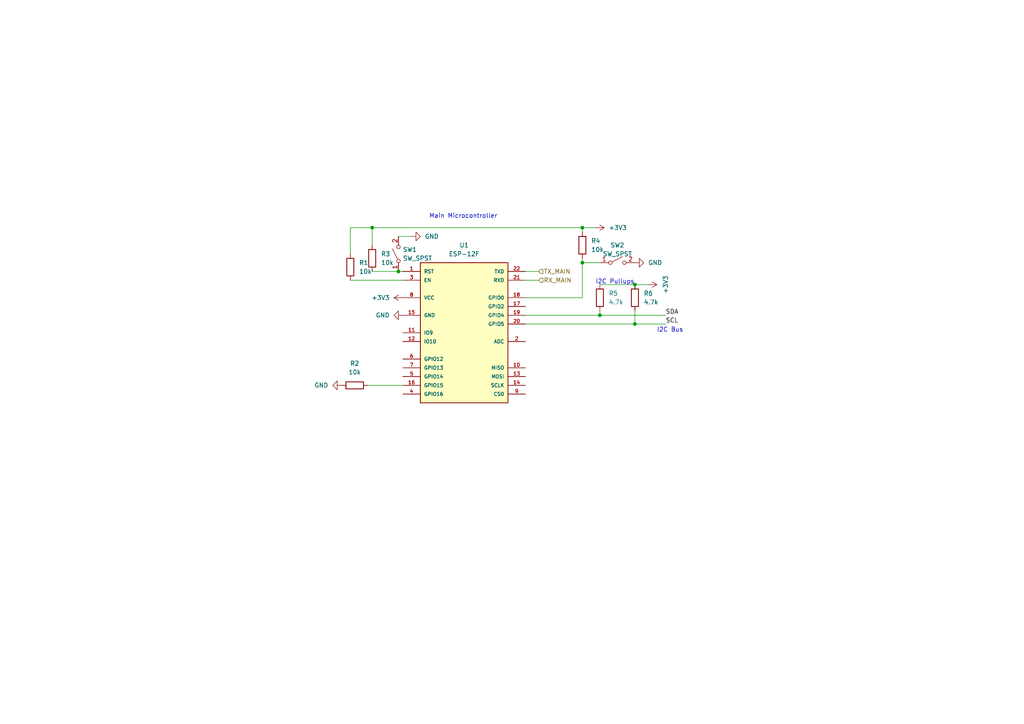
<source format=kicad_sch>
(kicad_sch (version 20211123) (generator eeschema)
  (paper "A4")
  (lib_symbols
    (symbol "Device:R" (pin_numbers hide) (pin_names (offset 0))
      (property "Reference" "R" (at 2.032 0 90))
      (property "Value" "R" (at 0 0 90))
      (symbol "R_0_1"
        (rectangle (start -1.016 -2.54) (end 1.016 2.54) (stroke (width 0.254)))
      )
      (symbol "R_1_1"
        (pin passive line (at 0 3.81 270) (length 1.27) (name "~") (number "1"))
        (pin passive line (at 0 -3.81 90) (length 1.27) (name "~") (number "2"))
      )
    )
    (symbol "ESP-12F:ESP-12F" (pin_names (offset 1.016))
      (property "Reference" "U" (at -12.7254 22.9108 0))
      (property "Value" "ESP-12F" (at -12.7254 -22.9108 0))
      (symbol "ESP-12F_0_0"
        (rectangle (start -12.7 -20.32) (end 12.7 20.32) (stroke (width 0.254)) (fill (type background)))
        (pin bidirectional line (at -17.78 17.78 0) (length 5.08) (name "RST") (number "1"))
        (pin bidirectional line (at 17.78 -10.16 180) (length 5.08) (name "MISO") (number "10"))
        (pin bidirectional line (at -17.78 0 0) (length 5.08) (name "IO9") (number "11"))
        (pin bidirectional line (at -17.78 -2.54 0) (length 5.08) (name "IO10") (number "12"))
        (pin bidirectional line (at 17.78 -12.7 180) (length 5.08) (name "MOSI") (number "13"))
        (pin bidirectional line (at 17.78 -15.24 180) (length 5.08) (name "SCLK") (number "14"))
        (pin bidirectional line (at -17.78 5.08 0) (length 5.08) (name "GND") (number "15"))
        (pin bidirectional line (at -17.78 -15.24 0) (length 5.08) (name "GPIO15") (number "16"))
        (pin bidirectional line (at 17.78 7.62 180) (length 5.08) (name "GPIO2") (number "17"))
        (pin bidirectional line (at 17.78 10.16 180) (length 5.08) (name "GPIO0") (number "18"))
        (pin bidirectional line (at 17.78 5.08 180) (length 5.08) (name "GPIO4") (number "19"))
        (pin bidirectional line (at 17.78 -2.54 180) (length 5.08) (name "ADC") (number "2"))
        (pin bidirectional line (at 17.78 2.54 180) (length 5.08) (name "GPIO5") (number "20"))
        (pin bidirectional line (at 17.78 15.24 180) (length 5.08) (name "RXD") (number "21"))
        (pin bidirectional line (at 17.78 17.78 180) (length 5.08) (name "TXD") (number "22"))
        (pin bidirectional line (at -17.78 15.24 0) (length 5.08) (name "EN") (number "3"))
        (pin bidirectional line (at -17.78 -17.78 0) (length 5.08) (name "GPIO16") (number "4"))
        (pin bidirectional line (at -17.78 -12.7 0) (length 5.08) (name "GPIO14") (number "5"))
        (pin bidirectional line (at -17.78 -7.62 0) (length 5.08) (name "GPIO12") (number "6"))
        (pin bidirectional line (at -17.78 -10.16 0) (length 5.08) (name "GPIO13") (number "7"))
        (pin bidirectional line (at -17.78 10.16 0) (length 5.08) (name "VCC") (number "8"))
        (pin bidirectional line (at 17.78 -17.78 180) (length 5.08) (name "CS0") (number "9"))
      )
    )
    (symbol "Switch:SW_SPST" (pin_names (offset 0) hide)
      (property "Reference" "SW" (at 0 3.175 0))
      (property "Value" "SW_SPST" (at 0 -2.54 0))
      (symbol "SW_SPST_0_0"
        (circle (center -2.032 0) (radius 0.508))
        (polyline (pts (xy -1.524 0.254) (xy 1.524 1.778)))
        (circle (center 2.032 0) (radius 0.508))
      )
      (symbol "SW_SPST_1_1"
        (pin passive line (at -5.08 0 0) (length 2.54) (name "A") (number "1"))
        (pin passive line (at 5.08 0 180) (length 2.54) (name "B") (number "2"))
      )
    )
    (symbol "power:+3V3" (power) (pin_names (offset 0))
      (property "Value" "+3V3" (at 0 3.556 0))
      (symbol "+3V3_0_1"
        (polyline (pts (xy -0.762 1.27) (xy 0 2.54)))
        (polyline (pts (xy 0 0) (xy 0 2.54)))
        (polyline (pts (xy 0 2.54) (xy 0.762 1.27)))
      )
      (symbol "+3V3_1_1"
        (pin power_in line (at 0 0 90) (length 0) hide (name "+3V3") (number "1"))
      )
    )
    (symbol "power:GND" (power) (pin_names (offset 0))
      (property "Value" "GND" (at 0 -3.81 0))
      (symbol "GND_0_1"
        (polyline (pts (xy 0 0) (xy 0 -1.27) (xy 1.27 -1.27) (xy 0 -2.54) (xy -1.27 -1.27) (xy 0 -1.27)))
      )
      (symbol "GND_1_1"
        (pin power_in line (at 0 0 270) (length 0) hide (name "GND") (number "1"))
      )
    )
  )
  (junction (at 184.15 93.98))
  (junction (at 173.99 91.44))
  (junction (at 115.57 78.74))
  (junction (at 107.95 66.04))
  (junction (at 168.91 66.04))
  (junction (at 184.15 82.55))
  (junction (at 168.91 76.2))
  (wire (pts (xy 106.68 111.76) (xy 116.84 111.76)))
  (wire (pts (xy 184.15 82.55) (xy 184.15 83.82)))
  (wire (pts (xy 107.95 66.04) (xy 107.95 71.12)))
  (wire (pts (xy 184.15 90.17) (xy 184.15 93.98)))
  (wire (pts (xy 173.99 76.2) (xy 168.91 76.2)))
  (wire (pts (xy 115.57 78.74) (xy 116.84 78.74)))
  (wire (pts (xy 101.6 73.66) (xy 101.6 66.04)))
  (wire (pts (xy 172.72 66.04) (xy 168.91 66.04)))
  (wire (pts (xy 173.99 82.55) (xy 184.15 82.55)))
  (wire (pts (xy 184.15 82.55) (xy 187.96 82.55)))
  (wire (pts (xy 156.21 78.74) (xy 152.4 78.74)))
  (wire (pts (xy 173.99 91.44) (xy 193.04 91.44)))
  (wire (pts (xy 156.21 81.28) (xy 152.4 81.28)))
  (wire (pts (xy 168.91 66.04) (xy 168.91 67.31)))
  (wire (pts (xy 101.6 66.04) (xy 107.95 66.04)))
  (wire (pts (xy 168.91 76.2) (xy 168.91 74.93)))
  (wire (pts (xy 152.4 93.98) (xy 184.15 93.98)))
  (wire (pts (xy 107.95 78.74) (xy 115.57 78.74)))
  (wire (pts (xy 152.4 86.36) (xy 168.91 86.36)))
  (wire (pts (xy 101.6 81.28) (xy 116.84 81.28)))
  (wire (pts (xy 184.15 93.98) (xy 193.04 93.98)))
  (wire (pts (xy 119.38 68.58) (xy 115.57 68.58)))
  (wire (pts (xy 173.99 90.17) (xy 173.99 91.44)))
  (wire (pts (xy 168.91 66.04) (xy 107.95 66.04)))
  (wire (pts (xy 168.91 76.2) (xy 168.91 86.36)))
  (wire (pts (xy 152.4 91.44) (xy 173.99 91.44)))
  (text "I2C Pullups" (at 172.72 82.55 0) (effects (font (size 1.27 1.27)) (justify left bottom)))
  (text "Main Microcontroller" (at 124.46 63.5 0) (effects (font (size 1.27 1.27)) (justify left bottom)))
  (text "I2C Bus" (at 190.5 96.52 0) (effects (font (size 1.27 1.27)) (justify left bottom)))
  (label "SDA" (at 193.04 91.44 0))
  (label "SCL" (at 193.04 93.98 0))
  (hierarchical_label "RX_MAIN" (shape input) (at 156.21 81.28 0))
  (hierarchical_label "TX_MAIN" (shape input) (at 156.21 78.74 0))
  (symbol (lib_id "ESP-12F:ESP-12F") (at 134.62 96.52 0)
    (property "Reference" "U1" (at 134.62 71.12 0))
    (property "Value" "ESP-12F" (at 134.62 73.66 0))
    (property "Footprint" "ESP-12F" (effects hide))
  )
  (symbol (lib_id "power:+3V3") (at 187.96 82.55 270)
    (property "Reference" "#PWR0105" (effects hide))
    (property "Value" "+3V3" (at 193.04 82.55 0))
  )
  (symbol (lib_id "power:GND") (at 99.06 111.76 270)
    (property "Reference" "#PWR0104" (effects hide))
    (property "Value" "GND" (at 95.25 111.7599 90) (effects (justify right)))
  )
  (symbol (lib_id "power:GND") (at 184.15 76.2 90)
    (property "Reference" "#PWR0106" (effects hide))
    (property "Value" "GND" (at 187.96 76.1999 90) (effects (justify right)))
  )
  (symbol (lib_id "Device:R") (at 101.6 77.47 0)
    (property "Reference" "R1" (at 104.14 76.1999 0) (effects (justify left)))
    (property "Value" "10k" (at 104.14 78.7399 0) (effects (justify left)))
  )
  (symbol (lib_id "Switch:SW_SPST") (at 179.07 76.2 0)
    (property "Reference" "SW2" (at 179.07 71.12 0))
    (property "Value" "SW_SPST" (at 179.07 73.66 0))
  )
  (symbol (lib_id "Device:R") (at 173.99 86.36 0)
    (property "Reference" "R5" (at 176.53 85.0899 0) (effects (justify left)))
    (property "Value" "4.7k" (at 176.53 87.6299 0) (effects (justify left)))
  )
  (symbol (lib_id "power:GND") (at 116.84 91.44 270)
    (property "Reference" "#PWR0102" (effects hide))
    (property "Value" "GND" (at 113.03 91.4399 90) (effects (justify right)))
  )
  (symbol (lib_id "power:GND") (at 119.38 68.58 90)
    (property "Reference" "#PWR0101" (effects hide))
    (property "Value" "GND" (at 123.19 68.5799 90) (effects (justify right)))
  )
  (symbol (lib_id "power:+3V3") (at 116.84 86.36 90)
    (property "Reference" "#PWR0103" (effects hide))
    (property "Value" "+3V3" (at 113.03 86.3599 90) (effects (justify left)))
  )
  (symbol (lib_id "Switch:SW_SPST") (at 115.57 73.66 90)
    (property "Reference" "SW1" (at 116.84 72.3899 90) (effects (justify right)))
    (property "Value" "SW_SPST" (at 116.84 74.9299 90) (effects (justify right)))
  )
  (symbol (lib_id "Device:R") (at 168.91 71.12 0)
    (property "Reference" "R4" (at 171.45 69.8499 0) (effects (justify left)))
    (property "Value" "10k" (at 171.45 72.3899 0) (effects (justify left)))
  )
  (symbol (lib_id "Device:R") (at 102.87 111.76 270)
    (property "Reference" "R2" (at 102.87 105.41 90))
    (property "Value" "10k" (at 102.87 107.95 90))
  )
  (symbol (lib_id "power:+3V3") (at 172.72 66.04 270)
    (property "Reference" "#PWR0107" (effects hide))
    (property "Value" "+3V3" (at 176.53 66.0399 90) (effects (justify left)))
  )
  (symbol (lib_id "Device:R") (at 107.95 74.93 0)
    (property "Reference" "R3" (at 110.49 73.6599 0) (effects (justify left)))
    (property "Value" "10k" (at 110.49 76.1999 0) (effects (justify left)))
  )
  (symbol (lib_id "Device:R") (at 184.15 86.36 0)
    (property "Reference" "R6" (at 186.69 85.0899 0) (effects (justify left)))
    (property "Value" "4.7k" (at 186.69 87.6299 0) (effects (justify left)))
  )
)
</source>
